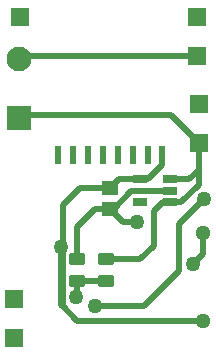
<source format=gbr>
%TF.GenerationSoftware,Altium Limited,Altium Designer,22.2.1 (43)*%
G04 Layer_Physical_Order=2*
G04 Layer_Color=16711680*
%FSLAX45Y45*%
%MOMM*%
%TF.SameCoordinates,D68F7B63-5BB6-472D-936E-BE577255EEBD*%
%TF.FilePolarity,Positive*%
%TF.FileFunction,Copper,L2,Bot,Signal*%
%TF.Part,Single*%
G01*
G75*
%TA.AperFunction,SMDPad,CuDef*%
%ADD10R,1.47000X1.16000*%
G04:AMPARAMS|DCode=13|XSize=1mm|YSize=1.42mm|CornerRadius=0.125mm|HoleSize=0mm|Usage=FLASHONLY|Rotation=90.000|XOffset=0mm|YOffset=0mm|HoleType=Round|Shape=RoundedRectangle|*
%AMROUNDEDRECTD13*
21,1,1.00000,1.17000,0,0,90.0*
21,1,0.75000,1.42000,0,0,90.0*
1,1,0.25000,0.58500,0.37500*
1,1,0.25000,0.58500,-0.37500*
1,1,0.25000,-0.58500,-0.37500*
1,1,0.25000,-0.58500,0.37500*
%
%ADD13ROUNDEDRECTD13*%
%TA.AperFunction,Conductor*%
%ADD19C,0.48600*%
%TA.AperFunction,ComponentPad*%
%ADD20R,1.50000X1.50000*%
%ADD21R,2.10000X2.10000*%
%ADD22C,2.10000*%
%ADD23R,1.50000X1.50000*%
%ADD24C,1.28000*%
%ADD25R,0.60000X1.60000*%
%TA.AperFunction,ViaPad*%
%ADD26C,1.27000*%
%TA.AperFunction,SMDPad,CuDef*%
%ADD27R,1.20000X0.69000*%
D10*
X8636000Y7085701D02*
D03*
Y6909699D02*
D03*
D13*
X8356600Y6294603D02*
D03*
Y6481602D02*
D03*
X8597900Y6294603D02*
D03*
Y6481602D02*
D03*
D19*
X7862377Y8199120D02*
X9372600D01*
X8636000Y6909699D02*
X8665706D01*
X8817207Y7061200D01*
X9147012D01*
X8636000Y6909699D02*
X8662165Y6935864D01*
X8959601Y7156201D02*
X9077960Y7274560D01*
X8711235Y7156201D02*
X8886993D01*
X9077960Y7274560D02*
Y7366000D01*
X8886993Y7156201D02*
X8959601D01*
X9385300Y7239000D02*
Y7467600D01*
Y7112000D02*
Y7239000D01*
X7861300Y7700198D02*
X9152702D01*
X9239499Y6966199D02*
X9385300Y7112000D01*
X8351037Y6164580D02*
X8353819Y6167361D01*
Y6291821D02*
X8356600Y6294603D01*
X8353819Y6167361D02*
Y6291821D01*
X8234680Y6080760D02*
Y6938381D01*
X8219440Y6096000D02*
Y6583680D01*
Y6096000D02*
X8234680Y6080760D01*
X8359140Y5956300D01*
X8234680Y6938381D02*
X8382000Y7085701D01*
X9147012Y7156201D02*
X9302501D01*
X8636000Y7085701D02*
X8711235Y7156201D01*
X9152702Y7700198D02*
X9385300Y7467600D01*
X9219997Y6776517D02*
X9431020Y6987540D01*
X9219997Y6382817D02*
Y6776517D01*
X8920480Y6083300D02*
X9219997Y6382817D01*
X8510900Y6083300D02*
X8920480D01*
X9339580Y6438900D02*
X9423400Y6522720D01*
Y6705600D01*
X8382000Y7085701D02*
X8636000D01*
X8359140Y5956300D02*
X9423400D01*
X8356600Y6294603D02*
X8597900D01*
X9147012Y6966199D02*
X9239499D01*
X8748659Y6797040D02*
X8864600D01*
X8636000Y6909699D02*
X8748659Y6797040D01*
X9372600Y8199120D02*
Y8204200D01*
X7861300Y8200197D02*
X7862377Y8199120D01*
X9302501Y7156201D02*
X9385300Y7239000D01*
X8597900Y6481602D02*
X8890000D01*
X9004300Y6595902D01*
Y6889999D01*
X9080500Y6966199D01*
X9147012D01*
X8356600Y6481602D02*
Y6757299D01*
X8509000Y6909699D01*
X8636000D01*
D20*
X7823200Y6146800D02*
D03*
X7874000Y8534400D02*
D03*
X7823200Y5816600D02*
D03*
X9385300Y7797800D02*
D03*
Y7467600D02*
D03*
X9372600Y8534400D02*
D03*
D21*
X7861300Y7674798D02*
D03*
D22*
Y8174797D02*
D03*
D23*
X9372600Y8204200D02*
D03*
D24*
X9423400Y6705600D02*
D03*
Y5956300D02*
D03*
D25*
X8826500Y7366000D02*
D03*
X8699500D02*
D03*
X8572500D02*
D03*
X8445500D02*
D03*
X8318500D02*
D03*
X8191500D02*
D03*
X8953520D02*
D03*
X9077960D02*
D03*
D26*
X8351037Y6164580D02*
D03*
X8219440Y6583680D02*
D03*
X9431020Y6987540D02*
D03*
X8510900Y6083300D02*
D03*
X9339580Y6438900D02*
D03*
X8864600Y6797040D02*
D03*
D27*
X9147012Y7156201D02*
D03*
Y7061200D02*
D03*
Y6966199D02*
D03*
X8886993D02*
D03*
Y7156201D02*
D03*
%TF.MD5,c2702992ca640e92f1fe636b8c92aaf0*%
M02*

</source>
